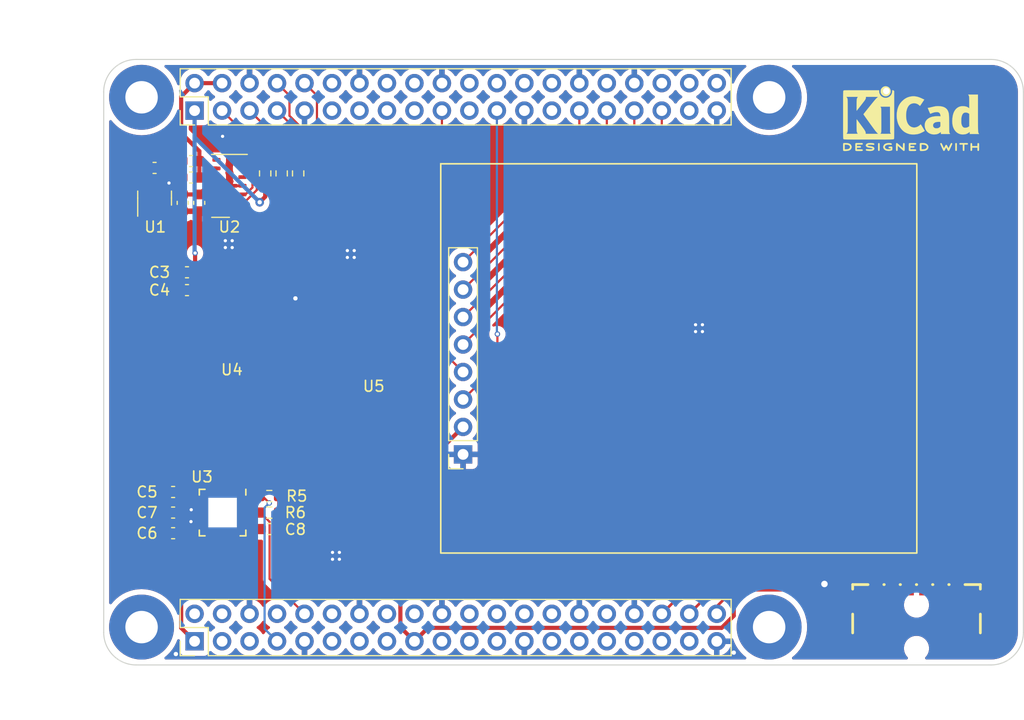
<source format=kicad_pcb>
(kicad_pcb (version 20211014) (generator pcbnew)
  (layers (0 "F.Cu" signal) (31 "B.Cu" signal) (34 "B.Paste" user) (35 "F.Paste" user) (36 "B.SilkS" user "B.Silkscreen") (37 "F.SilkS" user "F.Silkscreen") (38 "B.Mask" user) (39 "F.Mask" user) (44 "Edge.Cuts" user))
  (net 0 "")
  (net 1 "+5V")
  (net 2 "GND")
  (net 3 "+1V8")
  (net 4 "+3V3")
  (net 5 "Net-(C7-Pad1)")
  (net 6 "Net-(C8-Pad1)")
  (net 7 "MAX30102_SDA")
  (net 8 "MAX30102_SCL")
  (net 12 "MAX30102_INT")
  (net 15 "LCD_SDA")
  (net 17 "LCD_SCL")
  (net 18 "LCD_RES")
  (net 21 "LCD_DC")
  (net 23 "LCD_CS")
  (net 27 "LCD_BLK")
  (net 28 "+BATT")
  (net 29 "MPU6050_SDA")
  (net 31 "MPU6050_SCL")
  (net 69 "GPS_RX")
  (net 70 "GPS_TX")
  (net 76 "Net-(U4-Pad11)")
  (net 85 "BUTTON_A")
  (net 86 "BUTTON_B")
  (net 88 "BUTTON_PUSH")
  (footprint "Capacitor_SMD:C_0603_1608Metric" (layer "F.Cu") (at 80.203 65.532)
    (fp_text reference "C1" hide)
    (fp_text value "1u")
    (pad "1" smd roundrect (at -0.775 0) (size 0.9 0.95) (layers "F.Cu" "F.Paste" "F.Mask") (net 1 "+5V"))
    (pad "2" smd roundrect (at 0.775 0) (size 0.9 0.95) (layers "F.Cu" "F.Paste" "F.Mask") (net 2 "GND"))
  )
  (footprint "Package_TO_SOT_SMD:SOT-23" (layer "F.Cu") (at 80.203 68.323 90)
    (fp_text reference "U1" (at -2.67 0.061 180) (layer "F.SilkS"))
    (fp_text value "XC6206_1.8V")
    (pad "1" smd roundrect (at -0.9375 -0.95 90) (size 1.475 0.6) (layers "F.Cu" "F.Paste" "F.Mask") (net 2 "GND"))
    (pad "2" smd roundrect (at -0.9375 0.95 90) (size 1.475 0.6) (layers "F.Cu" "F.Paste" "F.Mask") (net 3 "+1V8"))
    (pad "3" smd roundrect (at 0.9375 0 90) (size 1.475 0.6) (layers "F.Cu" "F.Paste" "F.Mask") (net 1 "+5V"))
  )
  (footprint "Capacitor_SMD:C_0603_1608Metric" (layer "F.Cu") (at 81.915 95.504)
    (fp_text reference "C5" (at -2.413 0) (layer "F.SilkS"))
    (fp_text value "0.01u")
    (pad "1" smd roundrect (at -0.775 0) (size 0.9 0.95) (layers "F.Cu" "F.Paste" "F.Mask") (net 2 "GND"))
    (pad "2" smd roundrect (at 0.775 0) (size 0.9 0.95) (layers "F.Cu" "F.Paste" "F.Mask") (net 4 "+3V3"))
  )
  (footprint "Capacitor_SMD:C_0603_1608Metric" (layer "F.Cu") (at 83.198 76.835 180)
    (fp_text reference "C4" (at 2.54 0) (layer "F.SilkS"))
    (fp_text value "0.1u")
    (pad "1" smd roundrect (at -0.775 0 180) (size 0.9 0.95) (layers "F.Cu" "F.Paste" "F.Mask") (net 4 "+3V3"))
    (pad "2" smd roundrect (at 0.775 0 180) (size 0.9 0.95) (layers "F.Cu" "F.Paste" "F.Mask") (net 2 "GND"))
  )
  (footprint "Connector_PinSocket_2.54mm:PinSocket_1x08_P2.54mm_Vertical" (layer "F.Cu") (at 108.712 92.026 180)
    (fp_text reference "J3" hide)
    (fp_text value "GC9A01")
    (pad "1" thru_hole rect (at 0 0 180) (size 1.7 1.7) (drill 1) (layers *.Cu *.Mask) (net 2 "GND"))
    (pad "2" thru_hole oval (at 0 2.54 180) (size 1.7 1.7) (drill 1) (layers *.Cu *.Mask) (net 4 "+3V3"))
    (pad "3" thru_hole oval (at 0 5.08 180) (size 1.7 1.7) (drill 1) (layers *.Cu *.Mask) (net 17 "LCD_SCL"))
    (pad "4" thru_hole oval (at 0 7.62 180) (size 1.7 1.7) (drill 1) (layers *.Cu *.Mask) (net 15 "LCD_SDA"))
    (pad "5" thru_hole oval (at 0 10.16 180) (size 1.7 1.7) (drill 1) (layers *.Cu *.Mask) (net 18 "LCD_RES"))
    (pad "6" thru_hole oval (at 0 12.7 180) (size 1.7 1.7) (drill 1) (layers *.Cu *.Mask) (net 21 "LCD_DC"))
    (pad "7" thru_hole oval (at 0 15.24 180) (size 1.7 1.7) (drill 1) (layers *.Cu *.Mask) (net 23 "LCD_CS"))
    (pad "8" thru_hole oval (at 0 17.78 180) (size 1.7 1.7) (drill 1) (layers *.Cu *.Mask) (net 27 "LCD_BLK"))
  )
  (footprint "Library:TH_RASP_HAT" (layer "F.Cu") (at 79 108)
    (fp_text reference "H1" hide)
    (fp_text value "MountingHole" hide)
    (pad "1" thru_hole circle locked (at 0 0) (size 6 6) (drill 3) (layers *.Cu *.Mask))
  )
  (footprint "Capacitor_SMD:C_0603_1608Metric" (layer "F.Cu") (at 81.915 97.409 180)
    (fp_text reference "C7" (at 2.413 0) (layer "F.SilkS"))
    (fp_text value "0.1u")
    (pad "1" smd roundrect (at -0.775 0 180) (size 0.9 0.95) (layers "F.Cu" "F.Paste" "F.Mask") (net 5 "Net-(C7-Pad1)"))
    (pad "2" smd roundrect (at 0.775 0 180) (size 0.9 0.95) (layers "F.Cu" "F.Paste" "F.Mask") (net 2 "GND"))
  )
  (footprint "Capacitor_SMD:C_0603_1608Metric" (layer "F.Cu") (at 84.328 68.763 90)
    (fp_text reference "C11" hide)
    (fp_text value "0.1u")
    (pad "1" smd roundrect (at -0.775 0 90) (size 0.9 0.95) (layers "F.Cu" "F.Paste" "F.Mask") (net 2 "GND"))
    (pad "2" smd roundrect (at 0.775 0 90) (size 0.9 0.95) (layers "F.Cu" "F.Paste" "F.Mask") (net 3 "+1V8"))
  )
  (footprint "Library:GP-02" (layer "F.Cu") (at 87.346 84.201 -90)
    (fp_text reference "U4" (at 0 0 unlocked) (layer "F.SilkS"))
    (fp_text value "GP-02")
    (pad "1" smd rect (at -5.2 -4.5 270) (size 1.4 0.8) (layers "F.Cu" "F.Paste" "F.Mask") (net 2 "GND"))
    (pad "2" smd rect (at -5.2 -3.38 270) (size 1.4 0.8) (layers "F.Cu" "F.Paste" "F.Mask") (net 70 "GPS_TX"))
    (pad "3" smd rect (at -5.2 -2.26 270) (size 1.4 0.8) (layers "F.Cu" "F.Paste" "F.Mask") (net 69 "GPS_RX"))
    (pad "4" smd rect (at -5.2 -1.14 270) (size 1.4 0.8) (layers "F.Cu" "F.Paste" "F.Mask"))
    (pad "5" smd rect (at -5.2 -0.02 270) (size 1.4 0.8) (layers "F.Cu" "F.Paste" "F.Mask"))
    (pad "6" smd rect (at -5.2 1.1 270) (size 1.4 0.8) (layers "F.Cu" "F.Paste" "F.Mask"))
    (pad "7" smd rect (at -5.2 2.22 270) (size 1.4 0.8) (layers "F.Cu" "F.Paste" "F.Mask"))
    (pad "8" smd rect (at -5.2 3.34 270) (size 1.4 0.8) (layers "F.Cu" "F.Paste" "F.Mask") (net 4 "+3V3"))
    (pad "9" smd rect (at -5.2 4.46 270) (size 1.4 0.8) (layers "F.Cu" "F.Paste" "F.Mask"))
    (pad "10" smd rect (at 4.7 -4.5 270) (size 1.4 0.8) (layers "F.Cu" "F.Paste" "F.Mask") (net 2 "GND"))
    (pad "11" smd rect (at 4.7 -3.38 270) (size 1.4 0.8) (layers "F.Cu" "F.Paste" "F.Mask") (net 76 "Net-(U4-Pad11)"))
    (pad "12" smd rect (at 4.7 -2.26 270) (size 1.4 0.8) (layers "F.Cu" "F.Paste" "F.Mask") (net 2 "GND"))
    (pad "13" smd rect (at 4.7 -1.14 270) (size 1.4 0.8) (layers "F.Cu" "F.Paste" "F.Mask"))
    (pad "14" smd rect (at 4.7 -0.02 270) (size 1.4 0.8) (layers "F.Cu" "F.Paste" "F.Mask"))
    (pad "15" smd rect (at 4.7 1.1 270) (size 1.4 0.8) (layers "F.Cu" "F.Paste" "F.Mask"))
    (pad "16" smd rect (at 4.7 2.22 270) (size 1.4 0.8) (layers "F.Cu" "F.Paste" "F.Mask"))
    (pad "17" smd rect (at 4.7 3.34 270) (size 1.4 0.8) (layers "F.Cu" "F.Paste" "F.Mask"))
    (pad "18" smd rect (at 4.7 4.46 270) (size 1.4 0.8) (layers "F.Cu" "F.Paste" "F.Mask"))
  )
  (footprint "Capacitor_SMD:C_0603_1608Metric" (layer "F.Cu") (at 90.805 98.933)
    (fp_text reference "C8" (at 2.413 0.033) (layer "F.SilkS"))
    (fp_text value "2.2n")
    (pad "1" smd roundrect (at -0.775 0) (size 0.9 0.95) (layers "F.Cu" "F.Paste" "F.Mask") (net 6 "Net-(C8-Pad1)"))
    (pad "2" smd roundrect (at 0.775 0) (size 0.9 0.95) (layers "F.Cu" "F.Paste" "F.Mask") (net 2 "GND"))
  )
  (footprint "Symbol:KiCad-Logo2_5mm_SilkScreen" (layer "F.Cu") (at 150.114 60.96)
    (fp_text reference "REF**" hide)
    (fp_text value "KiCad-Logo2_5mm_SilkScreen" hide)
  )
  (footprint "Connector_PinHeader_2.54mm:PinHeader_2x20_P2.54mm_Vertical" (layer "F.Cu") (at 83.9 60.23 90)
    (fp_text reference "J1" hide)
    (fp_text value "Conn_02x20_Odd_Even")
    (pad "1" thru_hole rect locked (at 0 0 90) (size 1.7 1.7) (drill 1) (layers *.Cu *.Mask) (net 4 "+3V3"))
    (pad "2" thru_hole oval locked (at 2.54 0 90) (size 1.7 1.7) (drill 1) (layers *.Cu *.Mask) (net 1 "+5V"))
    (pad "3" thru_hole oval locked (at 0 2.54 90) (size 1.7 1.7) (drill 1) (layers *.Cu *.Mask) (net 7 "MAX30102_SDA"))
    (pad "4" thru_hole oval locked (at 2.54 2.54 90) (size 1.7 1.7) (drill 1) (layers *.Cu *.Mask) (net 1 "+5V"))
    (pad "5" thru_hole oval locked (at 0 5.08 90) (size 1.7 1.7) (drill 1) (layers *.Cu *.Mask) (net 8 "MAX30102_SCL"))
    (pad "6" thru_hole oval locked (at 2.54 5.08 90) (size 1.7 1.7) (drill 1) (layers *.Cu *.Mask) (net 2 "GND"))
    (pad "7" thru_hole oval locked (at 0 7.62 90) (size 1.7 1.7) (drill 1) (layers *.Cu *.Mask) (net 12 "MAX30102_INT"))
    (pad "8" thru_hole oval locked (at 2.54 7.62 90) (size 1.7 1.7) (drill 1) (layers *.Cu *.Mask) (net 69 "GPS_RX"))
    (pad "9" thru_hole oval locked (at 0 10.16 90) (size 1.7 1.7) (drill 1) (layers *.Cu *.Mask) (net 2 "GND"))
    (pad "10" thru_hole oval locked (at 2.54 10.16 90) (size 1.7 1.7) (drill 1) (layers *.Cu *.Mask) (net 70 "GPS_TX"))
    (pad "11" thru_hole oval locked (at 0 12.7 90) (size 1.7 1.7) (drill 1) (layers *.Cu *.Mask))
    (pad "12" thru_hole oval locked (at 2.54 12.7 90) (size 1.7 1.7) (drill 1) (layers *.Cu *.Mask))
    (pad "13" thru_hole oval locked (at 0 15.24 90) (size 1.7 1.7) (drill 1) (layers *.Cu *.Mask))
    (pad "14" thru_hole oval locked (at 2.54 15.24 90) (size 1.7 1.7) (drill 1) (layers *.Cu *.Mask) (net 2 "GND"))
    (pad "15" thru_hole oval locked (at 0 17.78 90) (size 1.7 1.7) (drill 1) (layers *.Cu *.Mask))
    (pad "16" thru_hole oval locked (at 2.54 17.78 90) (size 1.7 1.7) (drill 1) (layers *.Cu *.Mask))
    (pad "17" thru_hole oval locked (at 0 20.32 90) (size 1.7 1.7) (drill 1) (layers *.Cu *.Mask) (net 4 "+3V3"))
    (pad "18" thru_hole oval locked (at 2.54 20.32 90) (size 1.7 1.7) (drill 1) (layers *.Cu *.Mask))
    (pad "19" thru_hole oval locked (at 0 22.86 90) (size 1.7 1.7) (drill 1) (layers *.Cu *.Mask) (net 15 "LCD_SDA"))
    (pad "20" thru_hole oval locked (at 2.54 22.86 90) (size 1.7 1.7) (drill 1) (layers *.Cu *.Mask) (net 2 "GND"))
    (pad "21" thru_hole oval locked (at 0 25.4 90) (size 1.7 1.7) (drill 1) (layers *.Cu *.Mask))
    (pad "22" thru_hole oval locked (at 2.54 25.4 90) (size 1.7 1.7) (drill 1) (layers *.Cu *.Mask))
    (pad "23" thru_hole oval locked (at 0 27.94 90) (size 1.7 1.7) (drill 1) (layers *.Cu *.Mask) (net 17 "LCD_SCL"))
    (pad "24" thru_hole oval locked (at 2.54 27.94 90) (size 1.7 1.7) (drill 1) (layers *.Cu *.Mask))
    (pad "25" thru_hole oval locked (at 0 30.48 90) (size 1.7 1.7) (drill 1) (layers *.Cu *.Mask) (net 2 "GND"))
    (pad "26" thru_hole oval locked (at 2.54 30.48 90) (size 1.7 1.7) (drill 1) (layers *.Cu *.Mask))
    (pad "27" thru_hole oval locked (at 0 33.02 90) (size 1.7 1.7) (drill 1) (layers *.Cu *.Mask))
    (pad "28" thru_hole oval locked (at 2.54 33.02 90) (size 1.7 1.7) (drill 1) (layers *.Cu *.Mask))
    (pad "29" thru_hole oval locked (at 0 35.56 90) (size 1.7 1.7) (drill 1) (layers *.Cu *.Mask) (net 27 "LCD_BLK"))
    (pad "30" thru_hole oval locked (at 2.54 35.56 90) (size 1.7 1.7) (drill 1) (layers *.Cu *.Mask) (net 2 "GND"))
    (pad "31" thru_hole oval locked (at 0 38.1 90) (size 1.7 1.7) (drill 1) (layers *.Cu *.Mask) (net 23 "LCD_CS"))
    (pad "32" thru_hole oval locked (at 2.54 38.1 90) (size 1.7 1.7) (drill 1) (layers *.Cu *.Mask))
    (pad "33" thru_hole oval locked (at 0 40.64 90) (size 1.7 1.7) (drill 1) (layers *.Cu *.Mask) (net 21 "LCD_DC"))
    (pad "34" thru_hole oval locked (at 2.54 40.64 90) (size 1.7 1.7) (drill 1) (layers *.Cu *.Mask) (net 2 "GND"))
    (pad "35" thru_hole oval locked (at 0 43.18 90) (size 1.7 1.7) (drill 1) (layers *.Cu *.Mask) (net 18 "LCD_RES"))
    (pad "36" thru_hole oval locked (at 2.54 43.18 90) (size 1.7 1.7) (drill 1) (layers *.Cu *.Mask))
    (pad "37" thru_hole oval locked (at 0 45.72 90) (size 1.7 1.7) (drill 1) (layers *.Cu *.Mask))
    (pad "38" thru_hole oval locked (at 2.54 45.72 90) (size 1.7 1.7) (drill 1) (layers *.Cu *.Mask))
    (pad "39" thru_hole oval locked (at 0 48.26 90) (size 1.7 1.7) (drill 1) (layers *.Cu *.Mask) (net 2 "GND"))
    (pad "40" thru_hole oval locked (at 2.54 48.26 90) (size 1.7 1.7) (drill 1) (layers *.Cu *.Mask))
  )
  (footprint "Library:TH_RASP_HAT" (layer "F.Cu") (at 137 59)
    (fp_text reference "H4" hide)
    (fp_text value "MountingHole" hide)
    (pad "1" thru_hole circle locked (at 0 0) (size 6 6) (drill 3) (layers *.Cu *.Mask))
  )
  (footprint "Resistor_SMD:R_0603_1608Metric" (layer "F.Cu") (at 90.805 97.409 180)
    (fp_text reference "R6" (at -2.413 0) (layer "F.SilkS"))
    (fp_text value "4.7k")
    (pad "1" smd roundrect (at -0.825 0 180) (size 0.8 0.95) (layers "F.Cu" "F.Paste" "F.Mask") (net 4 "+3V3"))
    (pad "2" smd roundrect (at 0.825 0 180) (size 0.8 0.95) (layers "F.Cu" "F.Paste" "F.Mask") (net 31 "MPU6050_SCL"))
  )
  (footprint "Library:TH_RASP_HAT" (layer "F.Cu") (at 79 59)
    (fp_text reference "H2" hide)
    (fp_text value "MountingHole" hide)
    (pad "1" thru_hole circle locked (at 0 0) (size 6 6) (drill 3) (layers *.Cu *.Mask))
  )
  (footprint "Library:TH_RASP_HAT" (layer "F.Cu") (at 137 108)
    (fp_text reference "H3" hide)
    (fp_text value "MountingHole" hide)
    (pad "1" thru_hole circle locked (at 0 0) (size 6 6) (drill 3) (layers *.Cu *.Mask))
  )
  (footprint "Resistor_SMD:R_0603_1608Metric" (layer "F.Cu") (at 91.948 66.04 90)
    (fp_text reference "R1" hide)
    (fp_text value "4.7k")
    (pad "1" smd roundrect (at -0.825 0 90) (size 0.8 0.95) (layers "F.Cu" "F.Paste" "F.Mask") (net 4 "+3V3"))
    (pad "2" smd roundrect (at 0.825 0 90) (size 0.8 0.95) (layers "F.Cu" "F.Paste" "F.Mask") (net 8 "MAX30102_SCL"))
  )
  (footprint "Resistor_SMD:R_0603_1608Metric" (layer "F.Cu") (at 93.472 66.04 90)
    (fp_text reference "R3" hide)
    (fp_text value "4.7k")
    (pad "1" smd roundrect (at -0.825 0 90) (size 0.8 0.95) (layers "F.Cu" "F.Paste" "F.Mask") (net 4 "+3V3"))
    (pad "2" smd roundrect (at 0.825 0 90) (size 0.8 0.95) (layers "F.Cu" "F.Paste" "F.Mask") (net 12 "MAX30102_INT"))
  )
  (footprint "Capacitor_SMD:C_0603_1608Metric" (layer "F.Cu") (at 81.915 99.314 180)
    (fp_text reference "C6" (at 2.413 0) (layer "F.SilkS"))
    (fp_text value "0.1u")
    (pad "1" smd roundrect (at -0.775 0 180) (size 0.9 0.95) (layers "F.Cu" "F.Paste" "F.Mask") (net 4 "+3V3"))
    (pad "2" smd roundrect (at 0.775 0 180) (size 0.9 0.95) (layers "F.Cu" "F.Paste" "F.Mask") (net 2 "GND"))
  )
  (footprint "Sensor_Motion:InvenSense_QFN-24_4x4mm_P0.5mm" (layer "F.Cu") (at 86.487 97.409 -90)
    (fp_text reference "U3" (at -3.302 1.905) (layer "F.SilkS"))
    (fp_text value "MPU-6050")
    (pad "1" smd roundrect (at -1.95 -1.25 270) (size 0.85 0.3) (layers "F.Cu" "F.Paste" "F.Mask"))
    (pad "2" smd roundrect (at -1.95 -0.75 270) (size 0.85 0.3) (layers "F.Cu" "F.Paste" "F.Mask"))
    (pad "3" smd roundrect (at -1.95 -0.25 270) (size 0.85 0.3) (layers "F.Cu" "F.Paste" "F.Mask"))
    (pad "4" smd roundrect (at -1.95 0.25 270) (size 0.85 0.3) (layers "F.Cu" "F.Paste" "F.Mask"))
    (pad "5" smd roundrect (at -1.95 0.75 270) (size 0.85 0.3) (layers "F.Cu" "F.Paste" "F.Mask"))
    (pad "6" smd roundrect (at -1.95 1.25 270) (size 0.85 0.3) (layers "F.Cu" "F.Paste" "F.Mask"))
    (pad "7" smd roundrect (at -1.25 1.95) (size 0.85 0.3) (layers "F.Cu" "F.Paste" "F.Mask"))
    (pad "8" smd roundrect (at -0.75 1.95) (size 0.85 0.3) (layers "F.Cu" "F.Paste" "F.Mask") (net 4 "+3V3"))
    (pad "9" smd roundrect (at -0.25 1.95) (size 0.85 0.3) (layers "F.Cu" "F.Paste" "F.Mask") (net 2 "GND"))
    (pad "10" smd roundrect (at 0.25 1.95) (size 0.85 0.3) (layers "F.Cu" "F.Paste" "F.Mask") (net 5 "Net-(C7-Pad1)"))
    (pad "11" smd roundrect (at 0.75 1.95) (size 0.85 0.3) (layers "F.Cu" "F.Paste" "F.Mask") (net 2 "GND"))
    (pad "12" smd roundrect (at 1.25 1.95) (size 0.85 0.3) (layers "F.Cu" "F.Paste" "F.Mask"))
    (pad "13" smd roundrect (at 1.95 1.25 270) (size 0.85 0.3) (layers "F.Cu" "F.Paste" "F.Mask") (net 4 "+3V3"))
    (pad "14" smd roundrect (at 1.95 0.75 270) (size 0.85 0.3) (layers "F.Cu" "F.Paste" "F.Mask"))
    (pad "15" smd roundrect (at 1.95 0.25 270) (size 0.85 0.3) (layers "F.Cu" "F.Paste" "F.Mask"))
    (pad "16" smd roundrect (at 1.95 -0.25 270) (size 0.85 0.3) (layers "F.Cu" "F.Paste" "F.Mask"))
    (pad "17" smd roundrect (at 1.95 -0.75 270) (size 0.85 0.3) (layers "F.Cu" "F.Paste" "F.Mask"))
    (pad "18" smd roundrect (at 1.95 -1.25 270) (size 0.85 0.3) (layers "F.Cu" "F.Paste" "F.Mask") (net 2 "GND"))
    (pad "19" smd roundrect (at 1.25 -1.95) (size 0.85 0.3) (layers "F.Cu" "F.Paste" "F.Mask"))
    (pad "20" smd roundrect (at 0.75 -1.95) (size 0.85 0.3) (layers "F.Cu" "F.Paste" "F.Mask") (net 6 "Net-(C8-Pad1)"))
    (pad "21" smd roundrect (at 0.25 -1.95) (size 0.85 0.3) (layers "F.Cu" "F.Paste" "F.Mask"))
    (pad "22" smd roundrect (at -0.25 -1.95) (size 0.85 0.3) (layers "F.Cu" "F.Paste" "F.Mask"))
    (pad "23" smd roundrect (at -0.75 -1.95) (size 0.85 0.3) (layers "F.Cu" "F.Paste" "F.Mask") (net 31 "MPU6050_SCL"))
    (pad "24" smd roundrect (at -1.25 -1.95) (size 0.85 0.3) (layers "F.Cu" "F.Paste" "F.Mask") (net 29 "MPU6050_SDA"))
  )
  (footprint "Library:IPEX_CONN" (layer "F.Cu") (at 97.028 85.725 -90)
    (fp_text reference "U5" (at 0 -3.429 unlocked) (layer "F.SilkS"))
    (fp_text value "IPEX_CONN")
    (pad "1" smd rect (at 0 1.55 270) (size 1 1.05) (layers "F.Cu" "F.Paste" "F.Mask") (net 76 "Net-(U4-Pad11)"))
    (pad "2" smd rect (at -1.5 0 270) (size 1 2.2) (layers "F.Cu" "F.Paste" "F.Mask") (net 2 "GND"))
    (pad "3" smd rect (at 1.5 0 270) (size 1 2.2) (layers "F.Cu" "F.Paste" "F.Mask") (net 2 "GND"))
    (pad "4" smd rect (at 0 -1.5 270) (size 1 1.05) (layers "F.Cu" "F.Paste" "F.Mask") (net 2 "GND"))
  )
  (footprint "Library:SW-SMD_SLLB120200" (layer "F.Cu") (at 150.622 106.7675 180)
    (fp_text reference "SW1" hide)
    (fp_text value "SLLB120300")
    (pad "" np_thru_hole circle (at 0 -3.2 180) (size 1.3 1.3) (drill 1.3) (layers *.Cu *.Mask))
    (pad "" np_thru_hole circle (at 0 0.8 180) (size 1.3 1.3) (drill 1.3) (layers *.Cu *.Mask))
    (pad "1" smd rect (at -3.75 2.5 180) (size 1 1.6) (layers "F.Cu" "F.Paste" "F.Mask"))
    (pad "2" smd rect (at -2.25 2.5 180) (size 1 1.6) (layers "F.Cu" "F.Paste" "F.Mask") (net 85 "BUTTON_A"))
    (pad "3" smd rect (at 0.75 2.5 180) (size 1 1.6) (layers "F.Cu" "F.Paste" "F.Mask") (net 86 "BUTTON_B"))
    (pad "4" smd rect (at 2.25 2.5 180) (size 1 1.6) (layers "F.Cu" "F.Paste" "F.Mask"))
    (pad "5" smd rect (at 5.75 1.125 180) (size 1 1.85) (layers "F.Cu" "F.Paste" "F.Mask") (net 2 "GND"))
    (pad "6" smd rect (at 5.45 -2.5 180) (size 1.8 1) (layers "F.Cu" "F.Paste" "F.Mask") (net 4 "+3V3"))
    (pad "7" smd rect (at -5.45 -2.5 180) (size 1.8 1) (layers "F.Cu" "F.Paste" "F.Mask") (net 2 "GND"))
    (pad "8" smd rect (at -5.75 1.125 180) (size 1 1.85) (layers "F.Cu" "F.Paste" "F.Mask") (net 2 "GND"))
    (pad "C" smd rect (at 3.75 2.5 180) (size 1 1.6) (layers "F.Cu" "F.Paste" "F.Mask") (net 4 "+3V3"))
    (pad "T" smd rect (at -0.75 2.5 180) (size 1 1.6) (layers "F.Cu" "F.Paste" "F.Mask") (net 88 "BUTTON_PUSH"))
  )
  (footprint "Resistor_SMD:R_0603_1608Metric" (layer "F.Cu") (at 90.424 66.04 90)
    (fp_text reference "R2" hide)
    (fp_text value "4.7k")
    (pad "1" smd roundrect (at -0.825 0 90) (size 0.8 0.95) (layers "F.Cu" "F.Paste" "F.Mask") (net 4 "+3V3"))
    (pad "2" smd roundrect (at 0.825 0 90) (size 0.8 0.95) (layers "F.Cu" "F.Paste" "F.Mask") (net 7 "MAX30102_SDA"))
  )
  (footprint "OptoDevice:Maxim_OLGA-14_3.3x5.6mm_P0.8mm" (layer "F.Cu") (at 87.122 67.183 180)
    (fp_text reference "U2" (at 0 -3.81) (layer "F.SilkS"))
    (fp_text value "MAX30102")
    (pad "1" smd roundrect (at -1.2 -2.4 180) (size 0.75 0.35) (layers "F.Cu" "F.Paste" "F.Mask"))
    (pad "2" smd roundrect (at -1.2 -1.6 180) (size 0.75 0.35) (layers "F.Cu" "F.Paste" "F.Mask") (net 8 "MAX30102_SCL"))
    (pad "3" smd roundrect (at -1.2 -0.8 180) (size 0.75 0.35) (layers "F.Cu" "F.Paste" "F.Mask") (net 7 "MAX30102_SDA"))
    (pad "4" smd roundrect (at -1.2 0 180) (size 0.75 0.35) (layers "F.Cu" "F.Paste" "F.Mask") (net 2 "GND"))
    (pad "5" smd roundrect (at -1.2 0.8 180) (size 0.75 0.35) (layers "F.Cu" "F.Paste" "F.Mask"))
    (pad "6" smd roundrect (at -1.2 1.6 180) (size 0.75 0.35) (layers "F.Cu" "F.Paste" "F.Mask"))
    (pad "7" smd roundrect (at -1.2 2.4 180) (size 0.75 0.35) (layers "F.Cu" "F.Paste" "F.Mask"))
    (pad "8" smd roundrect (at 1.2 2.4 180) (size 0.75 0.35) (layers "F.Cu" "F.Paste" "F.Mask"))
    (pad "9" smd roundrect (at 1.2 1.6 180) (size 0.75 0.35) (layers "F.Cu" "F.Paste" "F.Mask") (net 1 "+5V"))
    (pad "10" smd roundrect (at 1.2 0.8 180) (size 0.75 0.35) (layers "F.Cu" "F.Paste" "F.Mask") (net 1 "+5V"))
    (pad "11" smd roundrect (at 1.2 0 180) (size 0.75 0.35) (layers "F.Cu" "F.Paste" "F.Mask") (net 3 "+1V8"))
    (pad "12" smd roundrect (at 1.2 -0.8 180) (size 0.75 0.35) (layers "F.Cu" "F.Paste" "F.Mask") (net 2 "GND"))
    (pad "13" smd roundrect (at 1.2 -1.6 180) (size 0.75 0.35) (layers "F.Cu" "F.Paste" "F.Mask") (net 12 "MAX30102_INT"))
    (pad "14" smd roundrect (at 1.2 -2.4 180) (size 0.75 0.35) (layers "F.Cu" "F.Paste" "F.Mask"))
  )
  (footprint "Connector_PinHeader_2.54mm:PinHeader_2x20_P2.54mm_Vertical" (layer "F.Cu") (at 83.9 109.31 90)
    (fp_text reference "J2" hide)
    (fp_text value "Conn_02x20_Odd_Even")
    (pad "1" thru_hole rect locked (at 0 0 90) (size 1.7 1.7) (drill 1) (layers *.Cu *.Mask) (net 4 "+3V3"))
    (pad "2" thru_hole oval locked (at 2.54 0 90) (size 1.7 1.7) (drill 1) (layers *.Cu *.Mask) (net 28 "+BATT"))
    (pad "3" thru_hole oval locked (at 0 2.54 90) (size 1.7 1.7) (drill 1) (layers *.Cu *.Mask))
    (pad "4" thru_hole oval locked (at 2.54 2.54 90) (size 1.7 1.7) (drill 1) (layers *.Cu *.Mask))
    (pad "5" thru_hole oval locked (at 0 5.08 90) (size 1.7 1.7) (drill 1) (layers *.Cu *.Mask))
    (pad "6" thru_hole oval locked (at 2.54 5.08 90) (size 1.7 1.7) (drill 1) (layers *.Cu *.Mask) (net 2 "GND"))
    (pad "7" thru_hole oval locked (at 0 7.62 90) (size 1.7 1.7) (drill 1) (layers *.Cu *.Mask) (net 29 "MPU6050_SDA"))
    (pad "8" thru_hole oval locked (at 2.54 7.62 90) (size 1.7 1.7) (drill 1) (layers *.Cu *.Mask))
    (pad "9" thru_hole oval locked (at 0 10.16 90) (size 1.7 1.7) (drill 1) (layers *.Cu *.Mask) (net 2 "GND"))
    (pad "10" thru_hole oval locked (at 2.54 10.16 90) (size 1.7 1.7) (drill 1) (layers *.Cu *.Mask) (net 31 "MPU6050_SCL"))
    (pad "11" thru_hole oval locked (at 0 12.7 90) (size 1.7 1.7) (drill 1) (layers *.Cu *.Mask))
    (pad "12" thru_hole oval locked (at 2.54 12.7 90) (size 1.7 1.7) (drill 1) (layers *.Cu *.Mask))
    (pad "13" thru_hole oval locked (at 0 15.24 90) (size 1.7 1.7) (drill 1) (layers *.Cu *.Mask))
    (pad "14" thru_hole oval locked (at 2.54 15.24 90) (size 1.7 1.7) (drill 1) (layers *.Cu *.Mask) (net 2 "GND"))
    (pad "15" thru_hole oval locked (at 0 17.78 90) (size 1.7 1.7) (drill 1) (layers *.Cu *.Mask))
    (pad "16" thru_hole oval locked (at 2.54 17.78 90) (size 1.7 1.7) (drill 1) (layers *.Cu *.Mask))
    (pad "17" thru_hole oval locked (at 0 20.32 90) (size 1.7 1.7) (drill 1) (layers *.Cu *.Mask) (net 4 "+3V3"))
    (pad "18" thru_hole oval locked (at 2.54 20.32 90) (size 1.7 1.7) (drill 1) (layers *.Cu *.Mask))
    (pad "19" thru_hole oval locked (at 0 22.86 90) (size 1.7 1.7) (drill 1) (layers *.Cu *.Mask))
    (pad "20" thru_hole oval locked (at 2.54 22.86 90) (size 1.7 1.7) (drill 1) (layers *.Cu *.Mask) (net 2 "GND"))
    (pad "21" thru_hole oval locked (at 0 25.4 90) (size 1.7 1.7) (drill 1) (layers *.Cu *.Mask))
    (pad "22" thru_hole oval locked (at 2.54 25.4 90) (size 1.7 1.7) (drill 1) (layers *.Cu *.Mask))
    (pad "23" thru_hole oval locked (at 0 27.94 90) (size 1.7 1.7) (drill 1) (layers *.Cu *.Mask))
    (pad "24" thru_hole oval locked (at 2.54 27.94 90) (size 1.7 1.7) (drill 1) (layers *.Cu *.Mask))
    (pad "25" thru_hole oval locked (at 0 30.48 90) (size 1.7 1.7) (drill 1) (layers *.Cu *.Mask) (net 2 "GND"))
    (pad "26" thru_hole oval locked (at 2.54 30.48 90) (size 1.7 1.7) (drill 1) (layers *.Cu *.Mask))
    (pad "27" thru_hole oval locked (at 0 33.02 90) (size 1.7 1.7) (drill 1) (layers *.Cu *.Mask))
    (pad "28" thru_hole oval locked (at 2.54 33.02 90) (size 1.7 1.7) (drill 1) (layers *.Cu *.Mask))
    (pad "29" thru_hole oval locked (at 0 35.56 90) (size 1.7 1.7) (drill 1) (layers *.Cu *.Mask))
    (pad "30" thru_hole oval locked (at 2.54 35.56 90) (size 1.7 1.7) (drill 1) (layers *.Cu *.Mask) (net 2 "GND"))
    (pad "31" thru_hole oval locked (at 0 38.1 90) (size 1.7 1.7) (drill 1) (layers *.Cu *.Mask))
    (pad "32" thru_hole oval locked (at 2.54 38.1 90) (size 1.7 1.7) (drill 1) (layers *.Cu *.Mask))
    (pad "33" thru_hole oval locked (at 0 40.64 90) (size 1.7 1.7) (drill 1) (layers *.Cu *.Mask))
    (pad "34" thru_hole oval locked (at 2.54 40.64 90) (size 1.7 1.7) (drill 1) (layers *.Cu *.Mask) (net 2 "GND"))
    (pad "35" thru_hole oval locked (at 0 43.18 90) (size 1.7 1.7) (drill 1) (layers *.Cu *.Mask))
    (pad "36" thru_hole oval locked (at 2.54 43.18 90) (size 1.7 1.7) (drill 1) (layers *.Cu *.Mask) (net 85 "BUTTON_A"))
    (pad "37" thru_hole oval locked (at 0 45.72 90) (size 1.7 1.7) (drill 1) (layers *.Cu *.Mask))
    (pad "38" thru_hole oval locked (at 2.54 45.72 90) (size 1.7 1.7) (drill 1) (layers *.Cu *.Mask) (net 88 "BUTTON_PUSH"))
    (pad "39" thru_hole oval locked (at 0 48.26 90) (size 1.7 1.7) (drill 1) (layers *.Cu *.Mask) (net 2 "GND"))
    (pad "40" thru_hole oval locked (at 2.54 48.26 90) (size 1.7 1.7) (drill 1) (layers *.Cu *.Mask) (net 86 "BUTTON_B"))
  )
  (footprint "Capacitor_SMD:C_0603_1608Metric" (layer "F.Cu") (at 83.566 66.421)
    (fp_text reference "C10" hide)
    (fp_text value "0.1u")
    (pad "1" smd roundrect (at -0.775 0) (size 0.9 0.95) (layers "F.Cu" "F.Paste" "F.Mask") (net 2 "GND"))
    (pad "2" smd roundrect (at 0.775 0) (size 0.9 0.95) (layers "F.Cu" "F.Paste" "F.Mask") (net 1 "+5V"))
  )
  (footprint "Capacitor_SMD:C_0603_1608Metric" (layer "F.Cu") (at 83.198 75.184 180)
    (fp_text reference "C3" (at 2.54 0) (layer "F.SilkS"))
    (fp_text value "1u")
    (pad "1" smd roundrect (at -0.775 0 180) (size 0.9 0.95) (layers "F.Cu" "F.Paste" "F.Mask") (net 4 "+3V3"))
    (pad "2" smd roundrect (at 0.775 0 180) (size 0.9 0.95) (layers "F.Cu" "F.Paste" "F.Mask") (net 2 "GND"))
  )
  (footprint "Capacitor_SMD:C_0603_1608Metric" (layer "F.Cu") (at 83.566 64.897)
    (fp_text reference "C9" hide)
    (fp_text value "0.1u")
    (pad "1" smd roundrect (at -0.775 0) (size 0.9 0.95) (layers "F.Cu" "F.Paste" "F.Mask") (net 2 "GND"))
    (pad "2" smd roundrect (at 0.775 0) (size 0.9 0.95) (layers "F.Cu" "F.Paste" "F.Mask") (net 1 "+5V"))
  )
  (footprint "Resistor_SMD:R_0603_1608Metric" (layer "F.Cu") (at 90.805 95.885 180)
    (fp_text reference "R5" (at -2.54 0) (layer "F.SilkS"))
    (fp_text value "4.7k")
    (pad "1" smd roundrect (at -0.825 0 180) (size 0.8 0.95) (layers "F.Cu" "F.Paste" "F.Mask") (net 4 "+3V3"))
    (pad "2" smd roundrect (at 0.825 0 180) (size 0.8 0.95) (layers "F.Cu" "F.Paste" "F.Mask") (net 29 "MPU6050_SDA"))
  )
  (footprint "Capacitor_SMD:C_0603_1608Metric" (layer "F.Cu") (at 82.804 68.763 -90)
    (fp_text reference "C2" hide)
    (fp_text value "1u")
    (pad "1" smd roundrect (at -0.775 0 270) (size 0.9 0.95) (layers "F.Cu" "F.Paste" "F.Mask") (net 3 "+1V8"))
    (pad "2" smd roundrect (at 0.775 0 270) (size 0.9 0.95) (layers "F.Cu" "F.Paste" "F.Mask") (net 2 "GND"))
  )
  (gr_rect (start 106.651 101.151) (end 150.651 65.151) (layer "F.SilkS") (width 0.15) (fill none))
  (gr_line locked (start 75.5 58.5) (end 75.5 108.5) (layer "Edge.Cuts") (width 0.1))
  (gr_line locked (start 160.5 58.5) (end 160.5 108.5) (layer "Edge.Cuts") (width 0.1))
  (gr_arc locked (start 160.5 108.5) (mid 159.62132 110.62132) (end 157.5 111.5) (layer "Edge.Cuts") (width 0.1))
  (gr_arc locked (start 78.5 111.5) (mid 76.37868 110.62132) (end 75.5 108.5) (layer "Edge.Cuts") (width 0.1))
  (gr_arc locked (start 157.5 55.5) (mid 159.62132 56.37868) (end 160.5 58.5) (layer "Edge.Cuts") (width 0.1))
  (gr_line locked (start 78.5 111.5) (end 157.5 111.5) (layer "Edge.Cuts") (width 0.1))
  (gr_arc locked (start 75.5 58.5) (mid 76.37868 56.37868) (end 78.5 55.5) (layer "Edge.Cuts") (width 0.1))
  (gr_line locked (start 78.5 55.5) (end 157.5 55.5) (layer "Edge.Cuts") (width 0.1))
  (segment (start 84.341 64.897) (end 84.341 63.981022) (width 0.381) (layer "F.Cu") (net 1))
  (segment (start 82.659989 58.930011) (end 82.659989 62.300011) (width 0.381) (layer "F.Cu") (net 1))
  (segment (start 83.9 57.69) (end 86.44 57.69) (width 0.381) (layer "F.Cu") (net 1))
  (segment (start 79.428 65.532) (end 79.428 66.6105) (width 0.381) (layer "F.Cu") (net 1))
  (segment (start 83.9 57.69) (end 82.659989 58.930011) (width 0.381) (layer "F.Cu") (net 1))
  (segment (start 84.341 66.421) (end 85.884 66.421) (width 0.381) (layer "F.Cu") (net 1))
  (segment (start 84.341 64.897) (end 85.027 65.583) (width 0.381) (layer "F.Cu") (net 1))
  (segment (start 85.884 66.421) (end 85.922 66.383) (width 0.381) (layer "F.Cu") (net 1))
  (segment (start 84.341 63.981022) (end 82.659989 62.300011) (width 0.381) (layer "F.Cu") (net 1))
  (segment (start 82.659989 62.300011) (end 79.428 65.532) (width 0.381) (layer "F.Cu") (net 1))
  (segment (start 79.428 66.6105) (end 80.203 67.3855) (width 0.381) (layer "F.Cu") (net 1))
  (segment (start 84.341 66.421) (end 84.341 64.897) (width 0.381) (layer "F.Cu") (net 1))
  (segment (start 85.027 65.583) (end 85.922 65.583) (width 0.381) (layer "F.Cu") (net 1))
  (segment (start 83.602948 97.159) (end 83.589364 97.145416) (width 0.2) (layer "F.Cu") (net 2))
  (segment (start 83.651427 98.159) (end 83.566 98.244427) (width 0.2) (layer "F.Cu") (net 2))
  (segment (start 84.537 98.159) (end 83.651427 98.159) (width 0.2) (layer "F.Cu") (net 2))
  (segment (start 84.537 97.159) (end 83.602948 97.159) (width 0.2) (layer "F.Cu") (net 2))
  (segment (start 80.978 65.532) (end 82.156 65.532) (width 0.381) (layer "F.Cu") (net 2))
  (segment (start 82.156 65.532) (end 82.791 64.897) (width 0.381) (layer "F.Cu") (net 2))
  (via (at 97.282 101.727) (size 0.5) (drill 0.3) (layers "F.Cu" "B.Cu") (net 2))
  (via (at 98.0186 73.1774) (size 0.5) (drill 0.3) (layers "F.Cu" "B.Cu") (net 2))
  (via (at 133.731 110.363) (size 0.8) (drill 0.4) (layers "F.Cu" "B.Cu") (net 2))
  (via (at 147.828 58.42) (size 1) (drill 0.6) (layers "F.Cu" "B.Cu") (net 2))
  (via (at 83.566 98.244427) (size 0.5) (drill 0.3) (layers "F.Cu" "B.Cu") (net 2))
  (via (at 86.487 62.611) (size 0.5) (drill 0.3) (layers "F.Cu" "B.Cu") (net 2))
  (via (at 97.282 101.092) (size 0.5) (drill 0.3) (layers "F.Cu" "B.Cu") (net 2))
  (via (at 82.169 110.49) (size 0.8) (drill 0.4) (layers "F.Cu" "B.Cu") (net 2))
  (via (at 130.2004 80.0354) (size 0.5) (drill 0.3) (layers "F.Cu" "B.Cu") (net 2))
  (via (at 130.8354 80.6704) (size 0.5) (drill 0.3) (layers "F.Cu" "B.Cu") (net 2))
  (via (at 130.2004 80.6704) (size 0.5) (drill 0.3) (layers "F.Cu" "B.Cu") (net 2))
  (via (at 130.8354 80.0354) (size 0.5) (drill 0.3) (layers "F.Cu" "B.Cu") (net 2))
  (via (at 98.0186 73.8124) (size 0.5) (drill 0.3) (layers "F.Cu" "B.Cu") (net 2))
  (via (at 81.534 66.929) (size 0.5) (drill 0.3) (layers "F.Cu" "B.Cu") (net 2))
  (via (at 93.218 77.597) (size 0.8) (drill 0.4) (layers "F.Cu" "B.Cu") (net 2))
  (via (at 83.589364 97.145416) (size 0.5) (drill 0.3) (layers "F.Cu" "B.Cu") (net 2))
  (via (at 86.741 72.263) (size 0.5) (drill 0.3) (layers "F.Cu" "B.Cu") (net 2))
  (via (at 96.647 101.092) (size 0.5) (drill 0.3) (layers "F.Cu" "B.Cu") (net 2))
  (via (at 87.376 72.263) (size 0.5) (drill 0.3) (layers "F.Cu" "B.Cu") (net 2))
  (via (at 96.647 101.727) (size 0.5) (drill 0.3) (layers "F.Cu" "B.Cu") (net 2))
  (via (at 98.6536 73.1774) (size 0.5) (drill 0.3) (layers "F.Cu" "B.Cu") (net 2))
  (via (at 87.376 72.898) (size 0.5) (drill 0.3) (layers "F.Cu" "B.Cu") (net 2))
  (via (at 142.113 104.013) (size 1) (drill 0.6) (layers "F.Cu" "B.Cu") (net 2))
  (via (at 86.741 72.898) (size 0.5) (drill 0.3) (layers "F.Cu" "B.Cu") (net 2))
  (via (at 98.6536 73.8124) (size 0.5) (drill 0.3) (layers "F.Cu" "B.Cu") (net 2))
  (segment (start 81.491 67.988) (end 82.804 67.988) (width 0.381) (layer "F.Cu") (net 3))
  (segment (start 82.804 67.988) (end 84.328 67.988) (width 0.381) (layer "F.Cu") (net 3))
  (segment (start 85.922 67.183) (end 85.133 67.183) (width 0.381) (layer "F.Cu") (net 3))
  (segment (start 81.153 68.326) (end 81.491 67.988) (width 0.381) (layer "F.Cu") (net 3))
  (segment (start 85.133 67.183) (end 84.328 67.988) (width 0.381) (layer "F.Cu") (net 3))
  (segment (start 81.153 69.2605) (end 81.153 68.326) (width 0.381) (layer "F.Cu") (net 3))
  (segment (start 81.94048 96.25352) (end 82.69 95.504) (width 0.2) (layer "F.Cu") (net 4))
  (segment (start 83.973 78.968) (end 84.006 79.001) (width 0.381) (layer "F.Cu") (net 4))
  (segment (start 102.920011 95.277989) (end 108.712 89.486) (width 0.381) (layer "F.Cu") (net 4))
  (segment (start 144.0655 109.2675) (end 145.172 109.2675) (width 0.381) (layer "F.Cu") (net 4))
  (segment (start 83.845 96.659) (end 82.69 95.504) (width 0.2) (layer "F.Cu") (net 4))
  (segment (start 102.920011 98.247989) (end 102.920011 97.358989) (width 0.381) (layer "F.Cu") (net 4))
  (segment (start 90.424 68.199) (end 90.424 66.865) (width 0.381) (layer "F.Cu") (net 4))
  (segment (start 91.63 97.409) (end 101.981 97.409) (width 0.381) (layer "F.Cu") (net 4))
  (segment (start 102.920011 97.358989) (end 102.920011 95.277989) (width 0.381) (layer "F.Cu") (net 4))
  (segment (start 132.613652 108.069989) (end 133.731 106.952641) (width 0.381) (layer "F.Cu") (net 4))
  (segment (start 133.731 106.952641) (end 133.731 105.537) (width 0.381) (layer "F.Cu") (net 4))
  (segment (start 133.731 105.537) (end 134.747 104.521) (width 0.381) (layer "F.Cu") (net 4))
  (segment (start 82.659989 99.344011) (end 82.69 99.314) (width 0.381) (layer "F.Cu") (net 4))
  (segment (start 83.947 76.809) (end 83.973 76.835) (width 0.381) (layer "F.Cu") (net 4))
  (segment (start 82.659989 99.217011) (end 82.69 99.187) (width 0.381) (layer "F.Cu") (net 4))
  (segment (start 82.69 99.314) (end 85.192 99.314) (width 0.2) (layer "F.Cu") (net 4))
  (segment (start 134.747 104.521) (end 139.319 104.521) (width 0.381) (layer "F.Cu") (net 4))
  (segment (start 84.537 96.659) (end 83.845 96.659) (width 0.2) (layer "F.Cu") (net 4))
  (segment (start 105.460011 108.069989) (end 132.613652 108.069989) (width 0.381) (layer "F.Cu") (net 4))
  (segment (start 104.22 109.31) (end 102.920011 108.010011) (width 0.381) (layer "F.Cu") (net 4))
  (segment (start 145.172 109.2675) (end 146.872 107.5675) (width 0.381) (layer "F.Cu") (net 4))
  (segment (start 139.319 104.521) (end 144.0655 109.2675) (width 0.381) (layer "F.Cu") (net 4))
  (segment (start 146.872 107.5675) (end 146.872 104.2675) (width 0.381) (layer "F.Cu") (net 4))
  (segment (start 89.916 68.707) (end 90.424 68.199) (width 0.381) (layer "F.Cu") (net 4))
  (segment (start 81.94048 98.56448) (end 81.94048 96.25352) (width 0.2) (layer "F.Cu") (net 4))
  (segment (start 104.22 109.31) (end 105.460011 108.069989) (width 0.381) (layer "F.Cu") (net 4))
  (segment (start 82.659989 108.069989) (end 82.659989 99.344011) (width 0.381) (layer "F.Cu") (net 4))
  (segment (start 85.192 99.314) (end 85.237 99.359) (width 0.2) (layer "F.Cu") (net 4))
  (segment (start 83.947 73.406) (end 83.947 76.809) (width 0.381) (layer "F.Cu") (net 4))
  (segment (start 83.9 109.31) (end 82.659989 108.069989) (width 0.381) (layer "F.Cu") (net 4))
  (segment (start 102.920011 108.010011) (end 102.920011 106.222011) (width 0.381) (layer "F.Cu") (net 4))
  (segment (start 102.920011 106.222011) (end 102.920011 98.247989) (width 0.381) (layer "F.Cu") (net 4))
  (segment (start 102.819989 98.247989) (end 101.981 97.409) (width 0.381) (layer "F.Cu") (net 4))
  (segment (start 91.63 97.409) (end 91.63 95.885) (width 0.2) (layer "F.Cu") (net 4))
  (segment (start 82.735 99.359) (end 82.69 99.314) (width 0.2) (layer "F.Cu") (net 4))
  (segment (start 83.973 76.835) (end 83.973 78.968) (width 0.381) (layer "F.Cu") (net 4))
  (segment (start 82.69 99.314) (end 81.94048 98.56448) (width 0.2) (layer "F.Cu") (net 4))
  (segment (start 93.472 66.865) (end 90.424 66.865) (width 0.381) (layer "F.Cu") (net 4))
  (segment (start 102.920011 98.247989) (end 102.819989 98.247989) (width 0.381) (layer "F.Cu") (net 4))
  (via (at 89.916 68.707) (size 0.8) (drill 0.4) (layers "F.Cu" "B.Cu") (net 4))
  (via (at 83.947 73.406) (size 0.5) (drill 0.3) (layers "F.Cu" "B.Cu") (net 4))
  (segment (start 83.9 62.691) (end 83.9 73.359) (width 0.381) (layer "B.Cu") (net 4))
  (segment (start 83.9 73.359) (end 83.947 73.406) (width 0.381) (layer "B.Cu") (net 4))
  (segment (start 83.9 62.691) (end 89.916 68.707) (width 0.381) (layer "B.Cu") (net 4))
  (segment (start 83.9 60.23) (end 83.9 62.691) (width 0.381) (layer "B.Cu") (net 4))
  (segment (start 84.537 97.659) (end 84.501073 97.694927) (width 0.2) (layer "F.Cu") (net 5))
  (segment (start 84.501073 97.694927) (end 82.975927 97.694927) (width 0.2) (layer "F.Cu") (net 5))
  (segment (start 82.975927 97.694927) (end 82.69 97.409) (width 0.2) (layer "F.Cu") (net 5))
  (segment (start 88.437 98.159) (end 89.256 98.159) (width 0.2) (layer "F.Cu") (net 6))
  (segment (start 89.256 98.159) (end 90.03 98.933) (width 0.2) (layer "F.Cu") (net 6))
  (segment (start 88.322 67.983) (end 88.608 67.983) (width 0.2) (layer "F.Cu") (net 7))
  (segment (start 88.608 67.983) (end 89.24996 67.34104) (width 0.2) (layer "F.Cu") (net 7))
  (segment (start 89.24996 66.292607) (end 90.327567 65.215) (width 0.2) (layer "F.Cu") (net 7))
  (segment (start 90.424 65.215) (end 90.424 64.214) (width 0.2) (layer "F.Cu") (net 7))
  (segment (start 89.24996 67.34104) (end 89.24996 66.292607) (width 0.2) (layer "F.Cu") (net 7))
  (segment (start 90.424 64.214) (end 86.44 60.23) (width 0.2) (layer "F.Cu") (net 7))
  (segment (start 90.327567 65.215) (end 90.424 65.215) (width 0.2) (layer "F.Cu") (net 7))
  (segment (start 90.067573 66.04) (end 91.123 66.04) (width 0.2) (layer "F.Cu") (net 8))
  (segment (start 89.64948 66.458093) (end 90.067573 66.04) (width 0.2) (layer "F.Cu") (net 8))
  (segment (start 89.64948 67.577848) (end 89.64948 66.458093) (width 0.2) (layer "F.Cu") (net 8))
  (segment (start 88.444328 68.783) (end 89.64948 67.577848) (width 0.2) (layer "F.Cu") (net 8))
  (segment (start 91.948 65.215) (end 91.948 63.198) (width 0.2) (layer "F.Cu") (net 8))
  (segment (start 88.322 68.783) (end 88.444328 68.783) (width 0.2) (layer "F.Cu") (net 8))
  (segment (start 91.123 66.04) (end 91.948 65.215) (width 0.2) (layer "F.Cu") (net 8))
  (segment (start 91.948 63.198) (end 88.98 60.23) (width 0.2) (layer "F.Cu") (net 8))
  (segment (start 85.922 68.783) (end 86.599672 68.783) (width 0.2) (layer "F.Cu") (net 12))
  (segment (start 93.472 62.182) (end 91.52 60.23) (width 0.2) (layer "F.Cu") (net 12))
  (segment (start 94.24652 65.98952) (end 93.472 65.215) (width 0.2) (layer "F.Cu") (net 12))
  (segment (start 93.472 65.215) (end 93.472 62.182) (width 0.2) (layer "F.Cu") (net 12))
  (segment (start 91.460907 70.05752) (end 94.24652 67.271907) (width 0.2) (layer "F.Cu") (net 12))
  (segment (start 86.599672 68.783) (end 87.874192 70.05752) (width 0.2) (layer "F.Cu") (net 12))
  (segment (start 94.24652 67.271907) (end 94.24652 65.98952) (width 0.2) (layer "F.Cu") (net 12))
  (segment (start 87.874192 70.05752) (end 91.460907 70.05752) (width 0.2) (layer "F.Cu") (net 12))
  (segment (start 106.76 82.454) (end 106.76 60.23) (width 0.2) (layer "F.Cu") (net 15))
  (segment (start 108.712 84.406) (end 106.76 82.454) (width 0.2) (layer "F.Cu") (net 15))
  (segment (start 111.887 83.771) (end 108.712 86.946) (width 0.2) (layer "F.Cu") (net 17))
  (segment (start 111.887 80.899) (end 111.887 83.771) (width 0.2) (layer "F.Cu") (net 17))
  (via (at 111.887 80.899) (size 0.5) (drill 0.3) (layers "F.Cu" "B.Cu") (net 17))
  (segment (start 111.887 80.899) (end 111.84 80.852) (width 0.2) (layer "B.Cu") (net 17))
  (segment (start 111.84 80.852) (end 111.84 60.23) (width 0.2) (layer "B.Cu") (net 17))
  (segment (start 108.712 81.866) (end 127.08 63.498) (width 0.2) (layer "F.Cu") (net 18))
  (segment (start 127.08 63.498) (end 127.08 60.23) (width 0.2) (layer "F.Cu") (net 18))
  (segment (start 108.712 79.326) (end 124.54 63.498) (width 0.2) (layer "F.Cu") (net 21))
  (segment (start 124.54 63.498) (end 124.54 60.23) (width 0.2) (layer "F.Cu") (net 21))
  (segment (start 122 63.498) (end 122 60.23) (width 0.2) (layer "F.Cu") (net 23))
  (segment (start 108.712 76.786) (end 122 63.498) (width 0.2) (layer "F.Cu") (net 23))
  (segment (start 119.46 63.498) (end 108.712 74.246) (width 0.2) (layer "F.Cu") (net 27))
  (segment (start 119.46 60.23) (end 119.46 63.498) (width 0.2) (layer "F.Cu") (net 27))
  (segment (start 90.17 95.885) (end 90.805 96.52) (width 0.2) (layer "F.Cu") (net 29))
  (segment (start 89.98 95.885) (end 90.17 95.885) (width 0.2) (layer "F.Cu") (net 29))
  (segment (start 89.706 96.159) (end 89.98 95.885) (width 0.2) (layer "F.Cu") (net 29))
  (segment (start 88.437 96.159) (end 89.706 96.159) (width 0.2) (layer "F.Cu") (net 29))
  (via (at 90.805 96.52) (size 0.5) (drill 0.3) (layers "F.Cu" "B.Cu") (net 29))
  (segment (start 90.370489 96.954511) (end 90.370489 108.160489) (width 0.2) (layer "B.Cu") (net 29))
  (segment (start 90.805 96.52) (end 90.370489 96.954511) (width 0.2) (layer "B.Cu") (net 29))
  (segment (start 90.370489 108.160489) (end 91.52 109.31) (width 0.2) (layer "B.Cu") (net 29))
  (segment (start 89.98 97.409) (end 90.83048 98.25948) (width 0.2) (layer "F.Cu") (net 31))
  (segment (start 90.83048 98.25948) (end 90.83048 103.54048) (width 0.2) (layer "F.Cu") (net 31))
  (segment (start 88.437 96.659) (end 89.23 96.659) (width 0.2) (layer "F.Cu") (net 31))
  (segment (start 89.23 96.659) (end 89.98 97.409) (width 0.2) (layer "F.Cu") (net 31))
  (segment (start 90.83048 103.54048) (end 94.06 106.77) (width 0.2) (layer "F.Cu") (net 31))
  (segment (start 89.606 72.477433) (end 94.646039 67.437394) (width 0.2) (layer "F.Cu") (net 69))
  (segment (start 94.646039 62.682672) (end 92.669511 60.706144) (width 0.2) (layer "F.Cu") (net 69))
  (segment (start 94.646039 67.437394) (end 94.646039 62.682672) (width 0.2) (layer "F.Cu") (net 69))
  (segment (start 92.669511 58.839511) (end 91.52 57.69) (width 0.2) (layer "F.Cu") (net 69))
  (segment (start 89.606 79.001) (end 89.606 72.477433) (width 0.2) (layer "F.Cu") (net 69))
  (segment (start 92.669511 60.706144) (end 92.669511 58.839511) (width 0.2) (layer "F.Cu") (net 69))
  (segment (start 95.209511 58.839511) (end 94.06 57.69) (width 0.2) (layer "F.Cu") (net 70))
  (segment (start 90.726 71.922439) (end 95.209511 67.438928) (width 0.2) (layer "F.Cu") (net 70))
  (segment (start 95.209511 67.438928) (end 95.209511 58.839511) (width 0.2) (layer "F.Cu") (net 70))
  (segment (start 90.726 79.001) (end 90.726 71.922439) (width 0.2) (layer "F.Cu") (net 70))
  (segment (start 90.726 88.901) (end 90.726 88.001) (width 0.2) (layer "F.Cu") (net 76))
  (segment (start 90.726 88.001) (end 93.002 85.725) (width 0.2) (layer "F.Cu") (net 76))
  (segment (start 93.002 85.725) (end 95.478 85.725) (width 0.2) (layer "F.Cu") (net 76))
  (segment (start 132.51404 101.33596) (end 150.870449 101.33596) (width 0.25) (layer "F.Cu") (net 85))
  (segment (start 152.872 103.337511) (end 152.872 104.2675) (width 0.25) (layer "F.Cu") (net 85))
  (segment (start 150.870449 101.33596) (end 152.872 103.337511) (width 0.25) (layer "F.Cu") (net 85))
  (segment (start 127.08 106.77) (end 132.51404 101.33596) (width 0.25) (layer "F.Cu") (net 85))
  (segment (start 132.16 106.77) (end 132.16 106.092) (width 0.25) (layer "F.Cu") (net 86))
  (segment (start 149.225 102.235) (end 136.017 102.235) (width 0.25) (layer "F.Cu") (net 86))
  (segment (start 132.16 106.092) (end 136.017 102.235) (width 0.25) (layer "F.Cu") (net 86))
  (segment (start 149.872 102.882) (end 149.225 102.235) (width 0.25) (layer "F.Cu") (net 86))
  (segment (start 149.872 104.2675) (end 149.872 102.882) (width 0.25) (layer "F.Cu") (net 86))
  (segment (start 129.62 106.77) (end 134.60452 101.78548) (width 0.25) (layer "F.Cu") (net 88))
  (segment (start 134.60452 101.78548) (end 149.411197 101.78548) (width 0.25) (layer "F.Cu") (net 88))
  (segment (start 151.372 103.746283) (end 151.372 104.2675) (width 0.25) (layer "F.Cu") (net 88))
  (segment (start 149.411197 101.78548) (end 151.372 103.746283) (width 0.25) (layer "F.Cu") (net 88))
  (zone (net 0) (net_name "") (layers F&B.Cu) (connect_pads (clearance 0)) (min_thickness 0.254)
    (keepout (tracks not_allowed) (vias not_allowed) (pads not_allowed) (copperpour not_allowed) (footprints allowed))
    (fill (thermal_gap 0.508) (thermal_bridge_width 0.508))
    (polygon (pts (xy 87.8078 98.7806) (xy 85.1662 98.7806) (xy 85.1662 96.0374) (xy 87.8078 96.0374)))
  )
  (zone (net 2) (net_name "GND") (layer "F.Cu") (connect_pads (clearance 0.508)) (min_thickness 0.254) (fill yes (thermal_gap 0.508) (thermal_bridge_width 0.508) (island_removal_mode 1) (island_area_min 0))
    (polygon (pts (xy 160.528 111.506) (xy 75.438 111.506) (xy 75.438 55.499) (xy 160.528 55.499)))
  )
  (zone (net 2) (net_name "GND") (layer "B.Cu") (connect_pads (clearance 0.508)) (min_thickness 0.254) (fill yes (thermal_gap 0.508) (thermal_bridge_width 0.508) (island_removal_mode 1) (island_area_min 0))
    (polygon (pts (xy 160.528 111.506) (xy 75.438 111.506) (xy 75.438 55.499) (xy 160.528 55.499)))
  )
)
</source>
